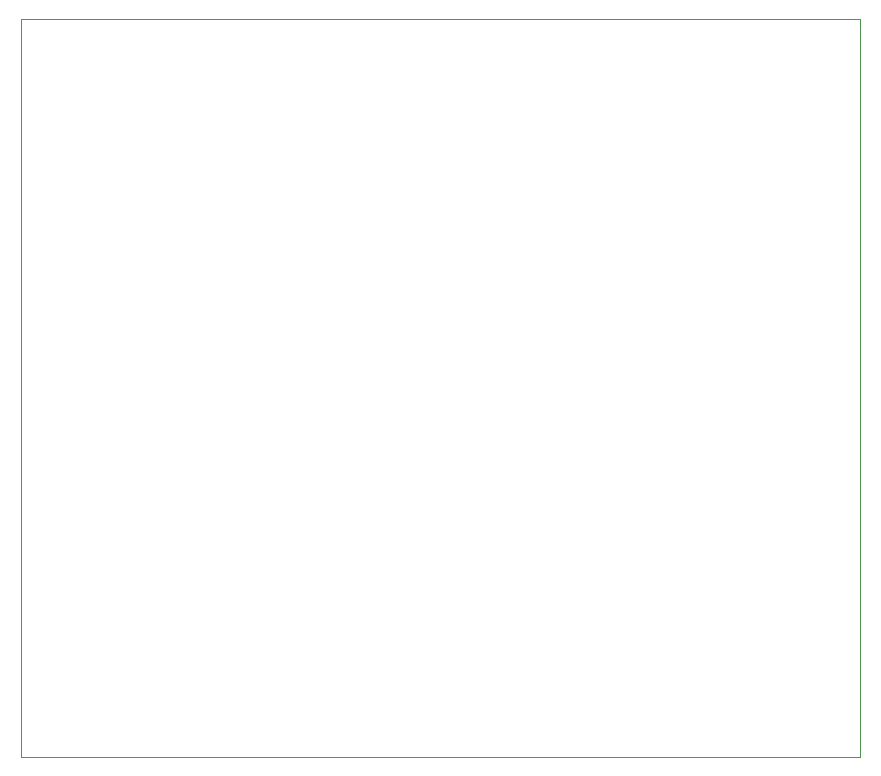
<source format=gbr>
%TF.GenerationSoftware,KiCad,Pcbnew,9.0.2*%
%TF.CreationDate,2025-11-06T19:37:58+13:00*%
%TF.ProjectId,Rob_Dev_Board,526f625f-4465-4765-9f42-6f6172642e6b,rev?*%
%TF.SameCoordinates,Original*%
%TF.FileFunction,Profile,NP*%
%FSLAX46Y46*%
G04 Gerber Fmt 4.6, Leading zero omitted, Abs format (unit mm)*
G04 Created by KiCad (PCBNEW 9.0.2) date 2025-11-06 19:37:58*
%MOMM*%
%LPD*%
G01*
G04 APERTURE LIST*
%TA.AperFunction,Profile*%
%ADD10C,0.050000*%
%TD*%
G04 APERTURE END LIST*
D10*
X39000000Y-33500000D02*
X110000000Y-33500000D01*
X110000000Y-96000000D01*
X39000000Y-96000000D01*
X39000000Y-33500000D01*
M02*

</source>
